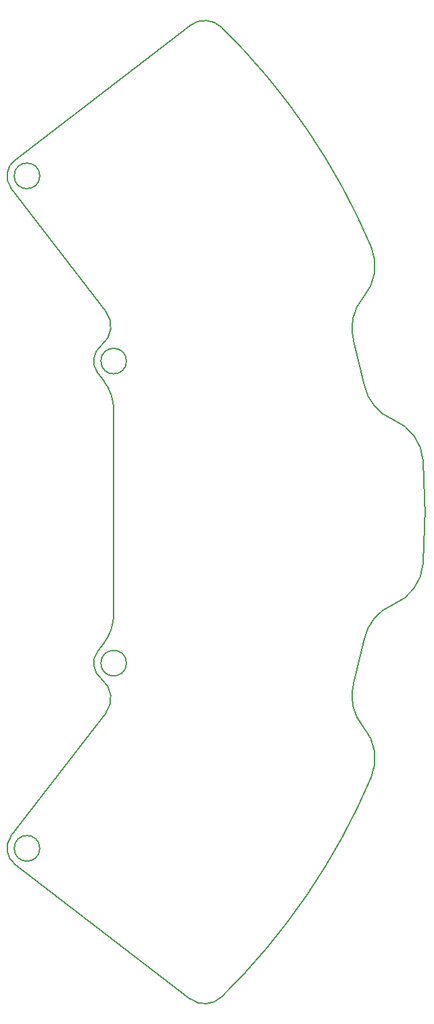
<source format=gbr>
%TF.GenerationSoftware,KiCad,Pcbnew,(6.0.8)*%
%TF.CreationDate,2022-10-14T22:36:05+09:00*%
%TF.ProjectId,ORION_VV_driver_v2,4f52494f-4e5f-4565-965f-647269766572,rev?*%
%TF.SameCoordinates,Original*%
%TF.FileFunction,Profile,NP*%
%FSLAX46Y46*%
G04 Gerber Fmt 4.6, Leading zero omitted, Abs format (unit mm)*
G04 Created by KiCad (PCBNEW (6.0.8)) date 2022-10-14 22:36:05*
%MOMM*%
%LPD*%
G01*
G04 APERTURE LIST*
%TA.AperFunction,Profile*%
%ADD10C,0.200000*%
%TD*%
G04 APERTURE END LIST*
D10*
X99026736Y-125096687D02*
G75*
G03*
X98472955Y-120890339I-2380036J1826287D01*
G01*
X130052921Y-121376471D02*
G75*
G03*
X131378973Y-115921514I-76050921J21375971D01*
G01*
X98011531Y-117385094D02*
G75*
G03*
X98472955Y-120890339I1983369J-1521906D01*
G01*
X135013836Y-111565364D02*
G75*
G03*
X131378973Y-115921514I2241864J-5565236D01*
G01*
X87155928Y-140567108D02*
G75*
G03*
X87617363Y-144072360I1983472J-1521892D01*
G01*
X87617363Y-144072360D02*
X109584994Y-160928716D01*
X131378974Y-84078486D02*
G75*
G03*
X130052921Y-78623535I-77379774J-15921714D01*
G01*
X87617363Y-55927640D02*
X109584994Y-39071284D01*
X131282450Y-73084893D02*
G75*
G03*
X132260048Y-66828251I-4546550J3915093D01*
G01*
X131378945Y-84078492D02*
G75*
G03*
X135013839Y-88434629I5877055J1209392D01*
G01*
X131282449Y-73084892D02*
G75*
G03*
X130052921Y-78623535I4546651J-3915108D01*
G01*
X101594859Y-118906955D02*
G75*
G03*
X101594859Y-118906955I-1600000J0D01*
G01*
X113511703Y-39309308D02*
G75*
G03*
X109584994Y-39071284I-2100403J-2141892D01*
G01*
X87155883Y-59432927D02*
X99026731Y-74903317D01*
X99999978Y-87243169D02*
G75*
G03*
X98760120Y-83590601I-5999878J69D01*
G01*
X87155883Y-140567073D02*
X99026731Y-125096683D01*
X135013844Y-111565384D02*
G75*
G03*
X138754492Y-106455696I-2242044J5565384D01*
G01*
X87617350Y-55927623D02*
G75*
G03*
X87155883Y-59432927I1521850J-1983377D01*
G01*
X90739267Y-142088977D02*
G75*
G03*
X90739267Y-142088977I-1600000J0D01*
G01*
X138754478Y-93544305D02*
G75*
G03*
X135013839Y-88434629I-5982678J-455695D01*
G01*
X130052921Y-121376472D02*
G75*
G03*
X131282450Y-126915107I5776179J-1623528D01*
G01*
X98760120Y-116409399D02*
X98011476Y-117385052D01*
X98472953Y-79109658D02*
G75*
G03*
X98011476Y-82614948I1521817J-1983372D01*
G01*
X132260033Y-133171743D02*
G75*
G03*
X131282450Y-126915107I-5524233J2341543D01*
G01*
X100000000Y-87243169D02*
X100000000Y-112756831D01*
X138754492Y-106455696D02*
G75*
G03*
X138754492Y-93544304I-84754292J6455696D01*
G01*
X113511691Y-160690680D02*
G75*
G03*
X132260048Y-133171749I-59511691J60690680D01*
G01*
X98760138Y-116409413D02*
G75*
G03*
X100000000Y-112756831I-4760338J3652613D01*
G01*
X101594859Y-81093045D02*
G75*
G03*
X101594859Y-81093045I-1600000J0D01*
G01*
X90739267Y-57911023D02*
G75*
G03*
X90739267Y-57911023I-1600000J0D01*
G01*
X132260048Y-66828251D02*
G75*
G03*
X113511691Y-39309320I-78260048J-33171749D01*
G01*
X109585014Y-160928690D02*
G75*
G03*
X113511691Y-160690680I1826286J2380090D01*
G01*
X98760120Y-83590601D02*
X98011476Y-82614948D01*
X98472951Y-79109655D02*
G75*
G03*
X99026731Y-74903317I-1826251J2380055D01*
G01*
M02*

</source>
